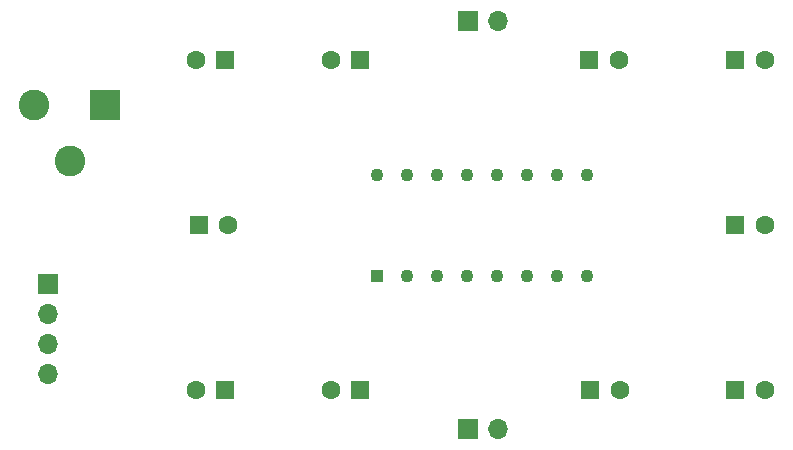
<source format=gbr>
G04 #@! TF.GenerationSoftware,KiCad,Pcbnew,(5.1.5)-3*
G04 #@! TF.CreationDate,2019-12-25T13:57:40+05:30*
G04 #@! TF.ProjectId,aniket,616e696b-6574-42e6-9b69-6361645f7063,rev?*
G04 #@! TF.SameCoordinates,Original*
G04 #@! TF.FileFunction,Copper,L2,Bot*
G04 #@! TF.FilePolarity,Positive*
%FSLAX46Y46*%
G04 Gerber Fmt 4.6, Leading zero omitted, Abs format (unit mm)*
G04 Created by KiCad (PCBNEW (5.1.5)-3) date 2019-12-25 13:57:40*
%MOMM*%
%LPD*%
G04 APERTURE LIST*
%ADD10C,1.600000*%
%ADD11R,1.600000X1.600000*%
%ADD12C,2.600000*%
%ADD13R,2.600000X2.600000*%
%ADD14O,1.700000X1.700000*%
%ADD15R,1.700000X1.700000*%
%ADD16C,1.100000*%
%ADD17R,1.100000X1.100000*%
G04 APERTURE END LIST*
D10*
X117104646Y-91440000D03*
D11*
X114604646Y-91440000D03*
D10*
X162520000Y-77470000D03*
D11*
X160020000Y-77470000D03*
D12*
X103680000Y-85980000D03*
X100680000Y-81280000D03*
D13*
X106680000Y-81280000D03*
D14*
X139915900Y-74129900D03*
D15*
X137375900Y-74129900D03*
D14*
X139915900Y-108699300D03*
D15*
X137375900Y-108699300D03*
D14*
X101854000Y-104013000D03*
X101854000Y-101473000D03*
X101854000Y-98933000D03*
D15*
X101854000Y-96393000D03*
D16*
X129735900Y-87189600D03*
X132275900Y-87189600D03*
X134815900Y-87189600D03*
X137355900Y-87189600D03*
X139895900Y-87189600D03*
X142435900Y-87189600D03*
X144975900Y-87189600D03*
X147515900Y-87189600D03*
X147515900Y-95689600D03*
X144975900Y-95689600D03*
X142435900Y-95689600D03*
X139895900Y-95689600D03*
X137355900Y-95689600D03*
X134815900Y-95689600D03*
X132275900Y-95689600D03*
D17*
X129735900Y-95689600D03*
D10*
X114340000Y-77470000D03*
D11*
X116840000Y-77470000D03*
D10*
X150175600Y-77470000D03*
D11*
X147675600Y-77470000D03*
D10*
X125770000Y-77470000D03*
D11*
X128270000Y-77470000D03*
D10*
X125770000Y-105410000D03*
D11*
X128270000Y-105410000D03*
D10*
X162520000Y-91440000D03*
D11*
X160020000Y-91440000D03*
D10*
X150264500Y-105371900D03*
D11*
X147764500Y-105371900D03*
D10*
X114340000Y-105410000D03*
D11*
X116840000Y-105410000D03*
D10*
X162520000Y-105371900D03*
D11*
X160020000Y-105371900D03*
M02*

</source>
